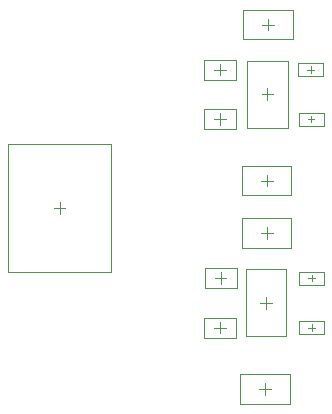
<source format=gbr>
%TF.GenerationSoftware,Altium Limited,Altium Designer,22.9.1 (49)*%
G04 Layer_Color=32768*
%FSLAX25Y25*%
%MOIN*%
%TF.SameCoordinates,E4663CD6-9850-4590-99AB-2D6E941D03D6*%
%TF.FilePolarity,Positive*%
%TF.FileFunction,Other,Mechanical_15*%
%TF.Part,Single*%
G01*
G75*
%TA.AperFunction,NonConductor*%
%ADD39C,0.00394*%
%ADD49C,0.00197*%
D39*
X164524Y151366D02*
X168461D01*
X166492Y149398D02*
Y153335D01*
X235000Y89031D02*
Y92968D01*
X233032Y91000D02*
X236968D01*
X235780Y187299D02*
Y191236D01*
X233811Y189268D02*
X237748D01*
X235500Y158531D02*
Y162469D01*
X233531Y160500D02*
X237469D01*
X220000Y179032D02*
Y182968D01*
X218032Y181000D02*
X221969D01*
X219949Y195531D02*
Y199469D01*
X217980Y197500D02*
X221917D01*
X250500Y126917D02*
Y129083D01*
X249417Y128000D02*
X251583D01*
X250500Y110417D02*
Y112583D01*
X249417Y111500D02*
X251583D01*
X220158Y126031D02*
Y129969D01*
X218189Y128000D02*
X222126D01*
X233531Y143000D02*
X237469D01*
X235500Y141032D02*
Y144968D01*
X233311Y119768D02*
X237248D01*
X235279Y117799D02*
Y121736D01*
X234032Y212500D02*
X237968D01*
X236000Y210531D02*
Y214469D01*
X250130Y196417D02*
Y198583D01*
X249047Y197500D02*
X251213D01*
X250370Y179917D02*
Y182083D01*
X249287Y181000D02*
X251453D01*
X220000Y109531D02*
Y113469D01*
X218032Y111500D02*
X221969D01*
D49*
X149366Y130106D02*
Y172626D01*
X183618Y130106D02*
Y172626D01*
X149366D02*
X183618D01*
X149366Y130106D02*
X183618D01*
X226732Y86079D02*
X243268D01*
X226732Y95921D02*
X243268D01*
Y86079D02*
Y95921D01*
X226732Y86079D02*
Y95921D01*
X229087Y178146D02*
X242472D01*
X229087Y200390D02*
X242472D01*
X229087Y178146D02*
Y200390D01*
X242472Y178146D02*
Y200390D01*
X227232Y155579D02*
X243768D01*
X227232Y165421D02*
X243768D01*
Y155579D02*
Y165421D01*
X227232Y155579D02*
Y165421D01*
X214685Y177654D02*
X225315D01*
X214685Y184346D02*
X225315D01*
Y177654D02*
Y184346D01*
X214685Y177654D02*
Y184346D01*
X214634Y194153D02*
X225264D01*
X214634Y200847D02*
X225264D01*
Y194153D02*
Y200847D01*
X214634Y194153D02*
Y200847D01*
X246366Y125835D02*
X254634D01*
X246366Y130165D02*
X254634D01*
Y125835D02*
Y130165D01*
X246366Y125835D02*
Y130165D01*
Y109335D02*
X254634D01*
X246366Y113665D02*
X254634D01*
Y109335D02*
Y113665D01*
X246366Y109335D02*
Y113665D01*
X214843Y124653D02*
X225472D01*
X214843Y131346D02*
X225472D01*
Y124653D02*
Y131346D01*
X214843Y124653D02*
Y131346D01*
X227232Y138079D02*
Y147921D01*
X243768Y138079D02*
Y147921D01*
X227232D02*
X243768D01*
X227232Y138079D02*
X243768D01*
X241972Y108646D02*
Y130890D01*
X228587Y108646D02*
Y130890D01*
X241972D01*
X228587Y108646D02*
X241972D01*
X227732Y207579D02*
Y217421D01*
X244268Y207579D02*
Y217421D01*
X227732D02*
X244268D01*
X227732Y207579D02*
X244268D01*
X245996Y195335D02*
X254264D01*
X245996Y199665D02*
X254264D01*
Y195335D02*
Y199665D01*
X245996Y195335D02*
Y199665D01*
X246236Y178835D02*
X254504D01*
X246236Y183165D02*
X254504D01*
Y178835D02*
Y183165D01*
X246236Y178835D02*
Y183165D01*
X214685Y108153D02*
X225315D01*
X214685Y114847D02*
X225315D01*
Y108153D02*
Y114847D01*
X214685Y108153D02*
Y114847D01*
%TF.MD5,dd2a8505773ed97aba9501ab899cc60a*%
M02*

</source>
